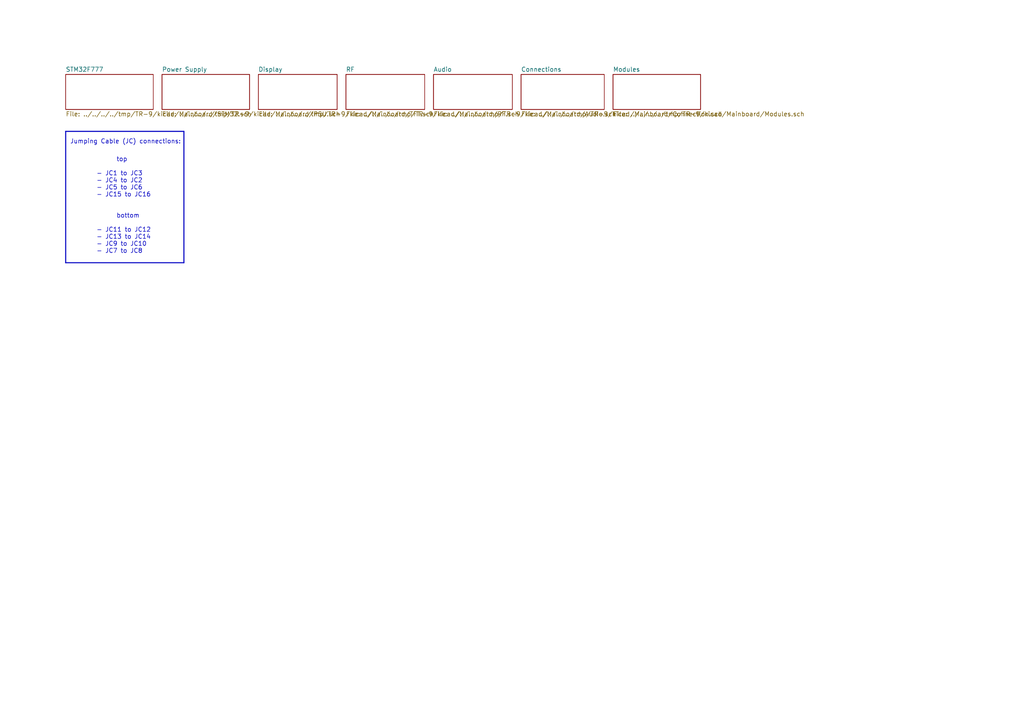
<source format=kicad_sch>
(kicad_sch (version 20230121) (generator eeschema)
  (paper "A4")
  (title_block (title "TR-9 Mainboard") (comment 3 "Author: DB9MAT Mathis, SO3ALG Nikoloz, SP5WWP Wojciech") (comment 4 "TR-9 Open Source Digital Radio"))
  (lib_symbols)
  (polyline (pts (xy 53.34 76.2) (xy 19.05 76.2)) (stroke (width 0.3048)))
  (polyline (pts (xy 19.05 38.1) (xy 53.34 38.1)) (stroke (width 0.3048)))
  (polyline (pts (xy 19.05 38.1) (xy 19.05 76.2)) (stroke (width 0.3048)))
  (polyline (pts (xy 53.34 38.1) (xy 53.34 76.2)) (stroke (width 0.3048)))
  (text "Jumping Cable (JC) connections:\n" (at 20.32 41.91 0) (effects (font (size 1.27 1.27)) (justify left bottom)))
  (text "      top\n\n- JC1 to JC3\n- JC4 to JC2\n- JC5 to JC6\n- JC15 to JC16\n\n\n      bottom\n\n- JC11 to JC12\n- JC13 to JC14\n- JC9 to JC10\n- JC7 to JC8" (at 27.94 73.66 0) (effects (font (size 1.27 1.27)) (justify left bottom)))
  (sheet (at 19.05 21.59) (size 25.4 10.16)
    (property "Sheetname" "STM32F777" (at 19.05 20.8784 0) (effects (justify left bottom)))
    (property "Sheetfile" "../../../../tmp/TR-9/kicad/Mainboard/STM32.sch" (at 19.05 32.3346 0) (effects (justify left top)))
  )
  (sheet (at 46.99 21.59) (size 25.4 10.16)
    (property "Sheetname" "Power Supply" (at 46.99 20.8784 0) (effects (justify left bottom)))
    (property "Sheetfile" "../../../../tmp/TR-9/kicad/Mainboard/PSU.sch" (at 46.99 32.3346 0) (effects (justify left top)))
  )
  (sheet (at 74.93 21.59) (size 22.86 10.16)
    (property "Sheetname" "Display" (at 74.93 20.8784 0) (effects (justify left bottom)))
    (property "Sheetfile" "../../../../tmp/TR-9/kicad/Mainboard/TFT.sch" (at 74.93 32.3346 0) (effects (justify left top)))
  )
  (sheet (at 100.33 21.59) (size 22.86 10.16)
    (property "Sheetname" "RF" (at 100.33 20.8784 0) (effects (justify left bottom)))
    (property "Sheetfile" "../../../../tmp/TR-9/kicad/Mainboard/RF.sch" (at 100.33 32.3346 0) (effects (justify left top)))
  )
  (sheet (at 125.73 21.59) (size 22.86 10.16)
    (property "Sheetname" "Audio" (at 125.73 20.8784 0) (effects (justify left bottom)))
    (property "Sheetfile" "../../../../tmp/TR-9/kicad/Mainboard/Audio.sch" (at 125.73 32.3346 0) (effects (justify left top)))
  )
  (sheet (at 151.13 21.59) (size 24.13 10.16)
    (property "Sheetname" "Connections" (at 151.13 20.8784 0) (effects (justify left bottom)))
    (property "Sheetfile" "../../../../tmp/TR-9/kicad/Mainboard/Connection.sch" (at 151.13 32.3346 0) (effects (justify left top)))
  )
  (sheet (at 177.8 21.59) (size 25.4 10.16)
    (property "Sheetname" "Modules" (at 177.8 20.8784 0) (effects (justify left bottom)))
    (property "Sheetfile" "../../../../tmp/TR-9/kicad/Mainboard/Modules.sch" (at 177.8 32.3346 0) (effects (justify left top)))
  )
)
</source>
